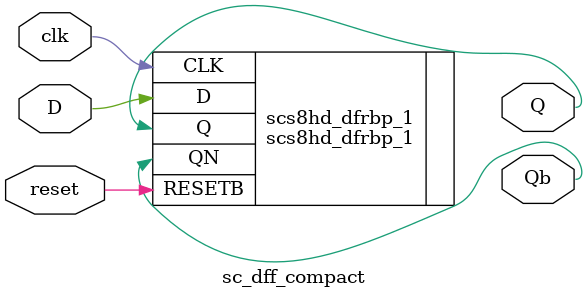
<source format=v>
`timescale 1ns / 1ps

module static_dff(set,
                  reset,
                  clk,
                  D,
                  Q);
//----- GLOBAL PORTS -----
input [0:0] set;
//----- GLOBAL PORTS -----
input [0:0] reset;
//----- GLOBAL PORTS -----
input [0:0] clk;
//----- INPUT PORTS -----
input [0:0] D;
//----- OUTPUT PORTS -----
output [0:0] Q;
scs8hd_dfrbp_1 scs8hd_dfrbp_1(.CLK(clk), .D(D), .RESETB(reset),  .Q(Q),  .QN(Qb));
//----- BEGIN wire-connection ports -----
//----- END wire-connection ports -----


//----- BEGIN Registered ports -----
//----- END Registered ports -----

// ----- Internal logic should start here -----


// ----- Internal logic should end here -----
endmodule
// ----- END Verilog module for static_dff -----


// ----- Template Verilog module for sc_dff_compact -----
// ----- Verilog module for sc_dff_compact -----
module sc_dff_compact(reset,
                      clk,
                      D,
                      Q,
                      Qb);
//----- GLOBAL PORTS -----
input [0:0] reset;
//----- GLOBAL PORTS -----
input [0:0] clk;
//----- INPUT PORTS -----
input [0:0] D;
//----- OUTPUT PORTS -----
output [0:0] Q;
//----- OUTPUT PORTS -----
output [0:0] Qb;
scs8hd_dfrbp_1 scs8hd_dfrbp_1(.CLK(clk), .D(D), .RESETB(reset),  .Q(Q),  .QN(Qb));
//----- BEGIN wire-connection ports -----
//----- END wire-connection ports -----


//----- BEGIN Registered ports -----
//----- END Registered ports -----

// ----- Internal logic should start here -----


// ----- Internal logic should end here -----
endmodule
// ----- END Verilog module for sc_dff_compact -----


// ----- Template Verilog module for iopad -----
// ----- Verilog module for iopad -----
/*module iopad(pad,
             outpad,
             en,
             inpad);
//----- GPIO PORTS -----
inout [0:0] pad;
//----- INPUT PORTS -----
input [0:0] outpad;
//----- INPUT PORTS -----
input [0:0] en;
//----- OUTPUT PORTS -----
output [0:0] inpad;
scs8hd_buf_2 scs8hd_buf_2_1(.A(inpad),.X(outpad));
//----- BEGIN wire-connection ports -----
//----- END wire-connection ports -----


//----- BEGIN Registered ports -----
//----- END Registered ports -----

// ----- Internal logic should start here -----


// ----- Internal logic should end here -----
endmodule
// ----- END Verilog module for iopad -----
*/


</source>
